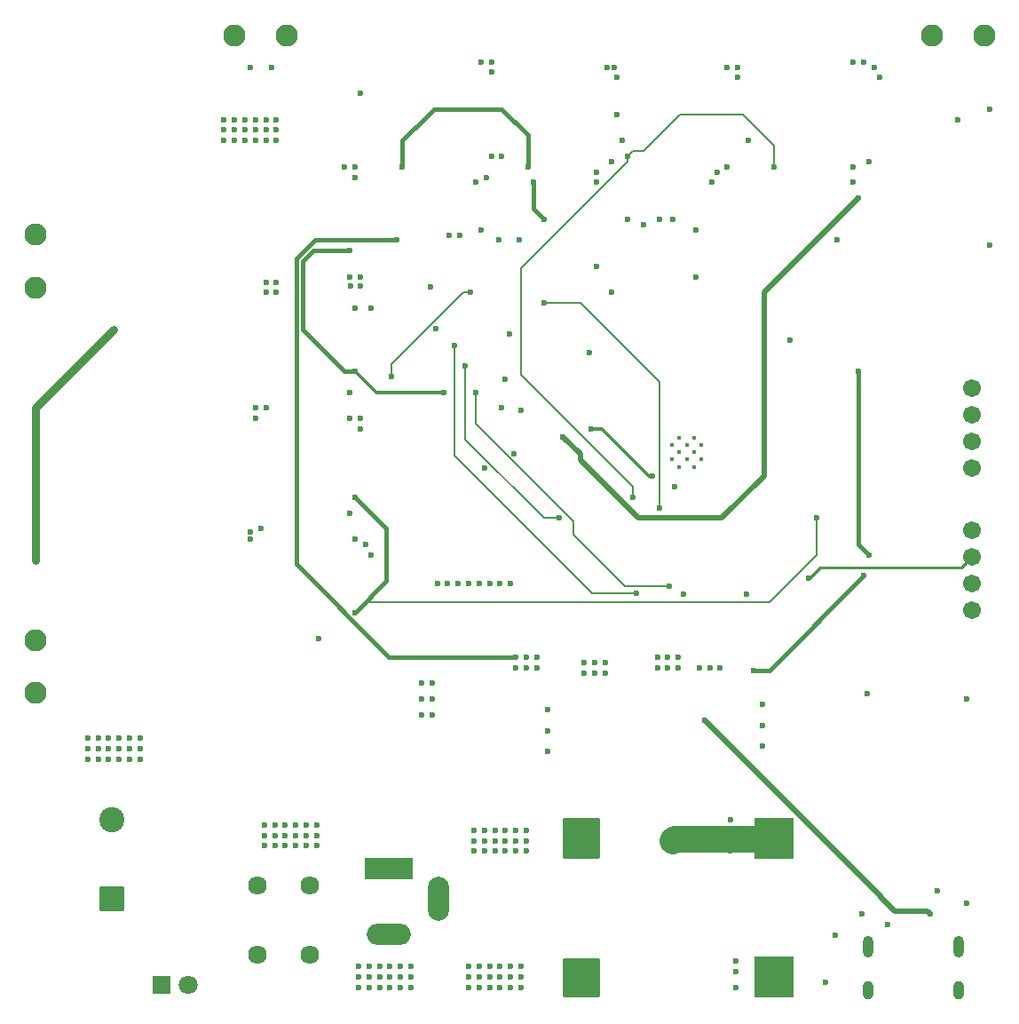
<source format=gbl>
%TF.GenerationSoftware,KiCad,Pcbnew,9.0.4-9.0.4-0~ubuntu24.04.1*%
%TF.CreationDate,2025-09-30T13:12:32+03:00*%
%TF.ProjectId,Esp32-S3-WROOM-1U-N16R8_ controller,45737033-322d-4533-932d-57524f4f4d2d,VER 1.0.0*%
%TF.SameCoordinates,Original*%
%TF.FileFunction,Copper,L4,Bot*%
%TF.FilePolarity,Positive*%
%FSLAX46Y46*%
G04 Gerber Fmt 4.6, Leading zero omitted, Abs format (unit mm)*
G04 Created by KiCad (PCBNEW 9.0.4-9.0.4-0~ubuntu24.04.1) date 2025-09-30 13:12:32*
%MOMM*%
%LPD*%
G01*
G04 APERTURE LIST*
G04 Aperture macros list*
%AMRoundRect*
0 Rectangle with rounded corners*
0 $1 Rounding radius*
0 $2 $3 $4 $5 $6 $7 $8 $9 X,Y pos of 4 corners*
0 Add a 4 corners polygon primitive as box body*
4,1,4,$2,$3,$4,$5,$6,$7,$8,$9,$2,$3,0*
0 Add four circle primitives for the rounded corners*
1,1,$1+$1,$2,$3*
1,1,$1+$1,$4,$5*
1,1,$1+$1,$6,$7*
1,1,$1+$1,$8,$9*
0 Add four rect primitives between the rounded corners*
20,1,$1+$1,$2,$3,$4,$5,0*
20,1,$1+$1,$4,$5,$6,$7,0*
20,1,$1+$1,$6,$7,$8,$9,0*
20,1,$1+$1,$8,$9,$2,$3,0*%
G04 Aperture macros list end*
%TA.AperFunction,ComponentPad*%
%ADD10C,1.701800*%
%TD*%
%TA.AperFunction,ComponentPad*%
%ADD11R,4.600000X2.000000*%
%TD*%
%TA.AperFunction,ComponentPad*%
%ADD12O,4.200000X2.000000*%
%TD*%
%TA.AperFunction,ComponentPad*%
%ADD13O,2.000000X4.200000*%
%TD*%
%TA.AperFunction,ComponentPad*%
%ADD14C,1.785000*%
%TD*%
%TA.AperFunction,ComponentPad*%
%ADD15C,2.108200*%
%TD*%
%TA.AperFunction,ComponentPad*%
%ADD16RoundRect,0.035000X1.715000X-1.782500X1.715000X1.782500X-1.715000X1.782500X-1.715000X-1.782500X0*%
%TD*%
%TA.AperFunction,ComponentPad*%
%ADD17RoundRect,0.035000X1.715000X-1.873750X1.715000X1.873750X-1.715000X1.873750X-1.715000X-1.873750X0*%
%TD*%
%TA.AperFunction,ComponentPad*%
%ADD18RoundRect,0.037500X1.837500X-1.871250X1.837500X1.871250X-1.837500X1.871250X-1.837500X-1.871250X0*%
%TD*%
%TA.AperFunction,ComponentPad*%
%ADD19C,0.400000*%
%TD*%
%TA.AperFunction,ComponentPad*%
%ADD20RoundRect,0.250001X0.949999X-0.949999X0.949999X0.949999X-0.949999X0.949999X-0.949999X-0.949999X0*%
%TD*%
%TA.AperFunction,ComponentPad*%
%ADD21C,2.400000*%
%TD*%
%TA.AperFunction,HeatsinkPad*%
%ADD22O,1.000000X2.100000*%
%TD*%
%TA.AperFunction,HeatsinkPad*%
%ADD23O,1.000000X1.800000*%
%TD*%
%TA.AperFunction,ComponentPad*%
%ADD24R,1.800000X1.800000*%
%TD*%
%TA.AperFunction,ComponentPad*%
%ADD25C,1.800000*%
%TD*%
%TA.AperFunction,ViaPad*%
%ADD26C,0.600000*%
%TD*%
%TA.AperFunction,Conductor*%
%ADD27C,2.500000*%
%TD*%
%TA.AperFunction,Conductor*%
%ADD28C,0.500000*%
%TD*%
%TA.AperFunction,Conductor*%
%ADD29C,0.400000*%
%TD*%
%TA.AperFunction,Conductor*%
%ADD30C,0.200000*%
%TD*%
%TA.AperFunction,Conductor*%
%ADD31C,0.250000*%
%TD*%
%TA.AperFunction,Conductor*%
%ADD32C,0.800000*%
%TD*%
%TA.AperFunction,Conductor*%
%ADD33C,0.300000*%
%TD*%
G04 APERTURE END LIST*
D10*
%TO.P,J8,1*%
%TO.N,/3V3*%
X187336286Y-79743713D03*
%TO.P,J8,2*%
%TO.N,/SDA*%
X187336286Y-77203713D03*
%TO.P,J8,3*%
%TO.N,/SCL*%
X187336286Y-74663713D03*
%TO.P,J8,4*%
%TO.N,GND*%
X187336286Y-72123713D03*
%TD*%
%TO.P,J7,1*%
%TO.N,/3V3*%
X187336286Y-93283713D03*
%TO.P,J7,2*%
%TO.N,/SDA*%
X187336286Y-90743713D03*
%TO.P,J7,3*%
%TO.N,/SCL*%
X187336286Y-88203713D03*
%TO.P,J7,4*%
%TO.N,GND*%
X187336286Y-85663713D03*
%TD*%
D11*
%TO.P,J1,1*%
%TO.N,Net-(J1-Pad1)*%
X131686286Y-117893713D03*
D12*
%TO.P,J1,2*%
%TO.N,GNDPWR*%
X131686286Y-124193713D03*
D13*
%TO.P,J1,3*%
%TO.N,N/C*%
X136486286Y-120793713D03*
%TD*%
D14*
%TO.P,X1,S1*%
%TO.N,Net-(J1-Pad1)*%
X124146286Y-126083713D03*
%TO.P,X1,S2*%
X119146286Y-126083713D03*
%TD*%
D15*
%TO.P,J3,1,1*%
%TO.N,Net-(U6-OUT)*%
X188500000Y-38500000D03*
%TO.P,J3,2,2*%
%TO.N,Net-(U4-OUT)*%
X183496200Y-38500000D03*
%TD*%
D16*
%TO.P,U2,1,Vin*%
%TO.N,/24V_BUS*%
X150086286Y-128313713D03*
D17*
%TO.P,U2,2,GND1*%
%TO.N,GNDPWR*%
X150086286Y-115039963D03*
D18*
%TO.P,U2,3,Vout*%
%TO.N,/VBUCK*%
X168461286Y-128222463D03*
%TO.P,U2,4,GND2*%
%TO.N,GND*%
X168461286Y-115039963D03*
%TD*%
D19*
%TO.P,U15,40,GND*%
%TO.N,GND*%
X158721286Y-77503713D03*
X158721286Y-78903713D03*
X159421286Y-76803713D03*
X159421286Y-78203713D03*
X159421286Y-79603713D03*
X160121286Y-77503713D03*
X160121286Y-78903713D03*
X160821286Y-76803713D03*
X160821286Y-78203713D03*
X160821286Y-79603713D03*
X161521286Y-77503713D03*
X161521286Y-78903713D03*
%TD*%
D15*
%TO.P,J6,1,1*%
%TO.N,Net-(U13-OUT)*%
X98000000Y-57496200D03*
%TO.P,J6,2,2*%
%TO.N,Net-(U11-OUT)*%
X98000000Y-62500000D03*
%TD*%
D14*
%TO.P,X2,S1*%
%TO.N,/24V_BUS*%
X124146286Y-119533713D03*
%TO.P,X2,S2*%
X119146286Y-119533713D03*
%TD*%
D15*
%TO.P,J5,1,1*%
%TO.N,Net-(U12-OUT)*%
X98000000Y-96166500D03*
%TO.P,J5,2,2*%
%TO.N,Net-(U10-OUT)*%
X98000000Y-101170300D03*
%TD*%
D20*
%TO.P,C1,1*%
%TO.N,/24V_BUS*%
X105336286Y-120743713D03*
D21*
%TO.P,C1,2*%
%TO.N,GNDPWR*%
X105336286Y-113243713D03*
%TD*%
D22*
%TO.P,J4,S1,SHIELD*%
%TO.N,unconnected-(J4-SHIELD-PadS1)_2*%
X177416286Y-125318713D03*
D23*
%TO.N,unconnected-(J4-SHIELD-PadS1)*%
X177416286Y-129498713D03*
D22*
%TO.N,unconnected-(J4-SHIELD-PadS1)_3*%
X186056286Y-125318713D03*
D23*
%TO.N,unconnected-(J4-SHIELD-PadS1)_1*%
X186056286Y-129498713D03*
%TD*%
D15*
%TO.P,J2,1,1*%
%TO.N,Net-(U5-OUT)*%
X122000000Y-38500000D03*
%TO.P,J2,2,2*%
%TO.N,Net-(U3-OUT)*%
X116996200Y-38500000D03*
%TD*%
D24*
%TO.P,D2,1,K*%
%TO.N,Net-(D2-K)*%
X110000000Y-129000000D03*
D25*
%TO.P,D2,2,A*%
%TO.N,/24V_BUS*%
X112540000Y-129000000D03*
%TD*%
D26*
%TO.N,GND*%
X158836286Y-115243713D03*
X176836286Y-122243713D03*
X136195000Y-66460000D03*
X146836286Y-104743713D03*
X167336286Y-106243713D03*
X143674265Y-78325735D03*
X135695000Y-62460000D03*
X158805000Y-56000000D03*
X173336286Y-128743713D03*
X170000000Y-67500000D03*
X146836286Y-106743713D03*
X135836286Y-100243713D03*
X138500000Y-57500000D03*
X134836286Y-101743713D03*
X135836286Y-103243713D03*
X153000000Y-63000000D03*
X135836286Y-101743713D03*
X157500000Y-56000000D03*
X159000000Y-81500000D03*
X161000000Y-61500000D03*
X140836286Y-79743713D03*
X150836286Y-68743713D03*
X154500000Y-56000000D03*
X189000000Y-58500000D03*
X164336286Y-114743713D03*
X137500000Y-57500000D03*
X142836286Y-71243713D03*
X167336286Y-102243713D03*
X186836286Y-121243713D03*
X144195000Y-57960000D03*
X140500000Y-57000000D03*
X167336286Y-104243713D03*
X146836286Y-102743713D03*
X156000000Y-56500000D03*
X174336286Y-124243713D03*
X134836286Y-100243713D03*
X143195000Y-66960000D03*
X164336286Y-116243713D03*
X184000000Y-120000000D03*
X151500000Y-60500000D03*
X174500000Y-58000000D03*
X142195000Y-57960000D03*
X186836286Y-101743713D03*
X161000000Y-57000000D03*
X134836286Y-103243713D03*
X164336286Y-113243713D03*
%TO.N,/VBUS*%
X183336286Y-122243713D03*
X179336286Y-123243713D03*
X161836286Y-103743713D03*
X178652996Y-120560423D03*
%TO.N,/VBUCK*%
X164836286Y-127743713D03*
X164836286Y-129243713D03*
X164836286Y-126743713D03*
%TO.N,/VIN*%
X177500000Y-88000000D03*
X144836286Y-97743713D03*
X176500000Y-70500000D03*
X143836286Y-97743713D03*
X152336286Y-99243713D03*
X145836286Y-98743713D03*
X177000000Y-90000000D03*
X159336286Y-98743713D03*
X158336286Y-98743713D03*
X150336286Y-99243713D03*
X162336286Y-98743713D03*
X161336286Y-98743713D03*
X166500000Y-99000000D03*
X132500000Y-58000000D03*
X151336286Y-98243713D03*
X157336286Y-97743713D03*
X151336286Y-99243713D03*
X145836286Y-97743713D03*
X143836286Y-98743713D03*
X163336286Y-98743713D03*
X144836286Y-98743713D03*
X150336286Y-98243713D03*
X152336286Y-98243713D03*
X159336286Y-97743713D03*
X157336286Y-98743713D03*
X158336286Y-97743713D03*
%TO.N,/3V3*%
X143336286Y-90743713D03*
X140336286Y-90743713D03*
X144336286Y-74243713D03*
X142500000Y-74000000D03*
X159836286Y-91743713D03*
X165836286Y-91743713D03*
X141336286Y-90743713D03*
X136336286Y-90743713D03*
X139336286Y-90743713D03*
X177336286Y-101243713D03*
X138336286Y-90743713D03*
X137336286Y-90743713D03*
X142336286Y-90743713D03*
%TO.N,/24V_BUS*%
X164000000Y-41500000D03*
X121836286Y-114743713D03*
X119000000Y-74000000D03*
X123836286Y-114743713D03*
X118000000Y-48500000D03*
X178000000Y-41500000D03*
X119836286Y-113743713D03*
X119000000Y-48500000D03*
X116000000Y-46500000D03*
X123836286Y-113743713D03*
X141336286Y-129243713D03*
X122836286Y-115743713D03*
X143336286Y-127243713D03*
X116000000Y-48500000D03*
X124836286Y-113743713D03*
X140336286Y-127243713D03*
X118500000Y-85799997D03*
X121000000Y-62000000D03*
X142336286Y-129243713D03*
X118000000Y-46500000D03*
X121000000Y-63000000D03*
X139336286Y-128243713D03*
X153200003Y-41500000D03*
X143336286Y-129243713D03*
X120000000Y-46500000D03*
X165000000Y-41500000D03*
X139336286Y-127243713D03*
X120836286Y-114743713D03*
X141336286Y-127243713D03*
X153500000Y-46000000D03*
X120000000Y-47500000D03*
X120000000Y-63000000D03*
X142336286Y-128243713D03*
X122836286Y-113743713D03*
X120836286Y-115743713D03*
X119000000Y-47500000D03*
X118000000Y-47500000D03*
X120000000Y-74000000D03*
X139336286Y-129243713D03*
X122836286Y-114743713D03*
X116000000Y-47500000D03*
X118500000Y-86500000D03*
X119000000Y-75000000D03*
X124836286Y-115743713D03*
X120000000Y-62000000D03*
X141336286Y-128243713D03*
X121836286Y-113743713D03*
X140336286Y-129243713D03*
X140336286Y-128243713D03*
X119836286Y-115743713D03*
X117000000Y-47500000D03*
X121000000Y-46500000D03*
X121000000Y-48500000D03*
X124836286Y-114743713D03*
X117000000Y-46500000D03*
X120836286Y-113743713D03*
X121836286Y-115743713D03*
X142336286Y-127243713D03*
X117000000Y-48500000D03*
X119000000Y-46500000D03*
X153500000Y-42500000D03*
X144336286Y-128243713D03*
X120000000Y-48500000D03*
X176000000Y-41000000D03*
X144336286Y-129243713D03*
X140500000Y-41000000D03*
X141500000Y-41000000D03*
X165000000Y-42500000D03*
X123836286Y-115743713D03*
X178500000Y-42500000D03*
X177000000Y-41000000D03*
X144336286Y-127243713D03*
X119500000Y-85500000D03*
X121000000Y-47500000D03*
X141500000Y-42000000D03*
X119836286Y-114743713D03*
X152500000Y-41500000D03*
X143336286Y-128243713D03*
%TO.N,GNDPWR*%
X127500000Y-51000000D03*
X105000000Y-107500000D03*
X128000000Y-84000000D03*
X128836286Y-128243713D03*
X166000000Y-48500000D03*
X140836286Y-114243713D03*
X142500000Y-50000000D03*
X103000000Y-105500000D03*
X128500000Y-64500000D03*
X129836286Y-127243713D03*
X129000000Y-75000000D03*
X107000000Y-106500000D03*
X106000000Y-105500000D03*
X130836286Y-127243713D03*
X132836286Y-127243713D03*
X131836286Y-129243713D03*
X164000000Y-51000000D03*
X142836286Y-115243713D03*
X104000000Y-107500000D03*
X128836286Y-129243713D03*
X129500000Y-87000000D03*
X105000000Y-106500000D03*
X128000000Y-75000000D03*
X107000000Y-105500000D03*
X130836286Y-129243713D03*
X139836286Y-116243713D03*
X141836286Y-116243713D03*
X129000000Y-61500000D03*
X162500000Y-52500000D03*
X120500000Y-41500000D03*
X106000000Y-106500000D03*
X141836286Y-114243713D03*
X128500000Y-86500000D03*
X143836286Y-116243713D03*
X118500000Y-41500000D03*
X176000000Y-52500000D03*
X177500000Y-50500000D03*
X128000000Y-61500000D03*
X125000000Y-96000000D03*
X129000000Y-44000000D03*
X130000000Y-64500000D03*
X133836286Y-129243713D03*
X108000000Y-107500000D03*
X130836286Y-128243713D03*
X144836286Y-116243713D03*
X128097797Y-62364954D03*
X140836286Y-115243713D03*
X140836286Y-116243713D03*
X129836286Y-128243713D03*
X143836286Y-115243713D03*
X129836286Y-129243713D03*
X129000000Y-76000000D03*
X103000000Y-106500000D03*
X128836286Y-127243713D03*
X129020347Y-62385010D03*
X108000000Y-105500000D03*
X128500000Y-52000000D03*
X106000000Y-107500000D03*
X151500000Y-52500000D03*
X141836286Y-115243713D03*
X105000000Y-105500000D03*
X163000000Y-51500000D03*
X132836286Y-129243713D03*
X107000000Y-107500000D03*
X142836286Y-116243713D03*
X139836286Y-115243713D03*
X186000000Y-46500000D03*
X141500000Y-50000000D03*
X153000000Y-50500000D03*
X128500000Y-51000000D03*
X104000000Y-106500000D03*
X143836286Y-114243713D03*
X151500000Y-51500000D03*
X128000000Y-72500000D03*
X130000000Y-88000000D03*
X103000000Y-107500000D03*
X131836286Y-128243713D03*
X176000000Y-51000000D03*
X140000000Y-52500000D03*
X189000000Y-45500000D03*
X131836286Y-127243713D03*
X132836286Y-128243713D03*
X139836286Y-114243713D03*
X141000000Y-52000000D03*
X108000000Y-106500000D03*
X142836286Y-114243713D03*
X133836286Y-128243713D03*
X104000000Y-105500000D03*
X133836286Y-127243713D03*
X154000000Y-48500000D03*
X144836286Y-114243713D03*
X144836286Y-115243713D03*
%TO.N,/BTS3_L_PWM*%
X139000000Y-70000000D03*
X148000000Y-84500000D03*
%TO.N,/BTS3_R_PWM*%
X155375000Y-91625000D03*
X138000000Y-68000000D03*
%TO.N,/BTS4_L_PWM*%
X157500000Y-83500000D03*
X146500000Y-64000000D03*
%TO.N,/BTS4_R_PWM*%
X158500000Y-91000000D03*
X140000000Y-72500000D03*
%TO.N,/SCL*%
X171796286Y-90203713D03*
%TO.N,/EN*%
X176500000Y-54000000D03*
X148336286Y-76743713D03*
%TO.N,Net-(U12-OUT)*%
X98000000Y-88500000D03*
X105500000Y-66500000D03*
%TO.N,/EN1*%
X145000000Y-51000000D03*
X145500000Y-52500000D03*
X146500000Y-56000000D03*
X133000000Y-51000000D03*
%TO.N,/EN2*%
X154500000Y-50000000D03*
X155000000Y-82500000D03*
X168500000Y-51000000D03*
%TO.N,/EN3*%
X156900000Y-80499230D03*
X128500000Y-70500000D03*
X137000000Y-72500000D03*
X151000000Y-76000000D03*
X128000000Y-59000000D03*
%TO.N,/EN4*%
X128500000Y-82500000D03*
X128500000Y-93500000D03*
X172500000Y-84500000D03*
%TO.N,/JNOUT8*%
X132000000Y-71000000D03*
X139500000Y-63000000D03*
%TD*%
D27*
%TO.N,GND*%
X158948786Y-115131213D02*
X158836286Y-115243713D01*
X168336286Y-115131213D02*
X158948786Y-115131213D01*
D28*
%TO.N,/VBUS*%
X178652996Y-120652996D02*
X180000000Y-122000000D01*
X180000000Y-122000000D02*
X183092573Y-122000000D01*
X178652996Y-120560423D02*
X161836286Y-103743713D01*
X183092573Y-122000000D02*
X183336286Y-122243713D01*
X178652996Y-120560423D02*
X178652996Y-120652996D01*
D29*
%TO.N,/VIN*%
X131752349Y-97743713D02*
X122899000Y-88890364D01*
X124650058Y-58000000D02*
X132500000Y-58000000D01*
X176500000Y-87000000D02*
X177500000Y-88000000D01*
X122899000Y-59751058D02*
X124650058Y-58000000D01*
X168000000Y-99000000D02*
X166500000Y-99000000D01*
X177000000Y-90000000D02*
X168000000Y-99000000D01*
X122899000Y-88890364D02*
X122899000Y-59751058D01*
X143836286Y-97743713D02*
X131752349Y-97743713D01*
X176500000Y-70500000D02*
X176500000Y-87000000D01*
D30*
%TO.N,/BTS3_L_PWM*%
X146500000Y-84500000D02*
X148000000Y-84500000D01*
X139000000Y-77000000D02*
X146500000Y-84500000D01*
X139000000Y-70000000D02*
X139000000Y-77000000D01*
%TO.N,/BTS3_R_PWM*%
X151125000Y-91625000D02*
X138000000Y-78500000D01*
X155375000Y-91625000D02*
X151125000Y-91625000D01*
X138000000Y-78500000D02*
X138000000Y-68000000D01*
%TO.N,/BTS4_L_PWM*%
X150000000Y-64000000D02*
X157500000Y-71500000D01*
X146500000Y-64000000D02*
X150000000Y-64000000D01*
X157500000Y-71500000D02*
X157500000Y-83500000D01*
%TO.N,/BTS4_R_PWM*%
X154244768Y-91024000D02*
X155623943Y-91024000D01*
X149283550Y-86062782D02*
X154244768Y-91024000D01*
X140000000Y-72500000D02*
X140000000Y-75500000D01*
X149283550Y-84783550D02*
X149283550Y-86062782D01*
X155623943Y-91024000D02*
X155647943Y-91000000D01*
X155647943Y-91000000D02*
X158500000Y-91000000D01*
X140000000Y-75500000D02*
X149283550Y-84783550D01*
D31*
%TO.N,/SCL*%
X171836286Y-90243713D02*
X172836286Y-89243713D01*
X186296286Y-89243713D02*
X187336286Y-88203713D01*
X172836286Y-89243713D02*
X186296286Y-89243713D01*
X171796286Y-90203713D02*
X171836286Y-90243713D01*
D28*
%TO.N,/EN*%
X163500000Y-84500000D02*
X167500000Y-80500000D01*
X167500000Y-63000000D02*
X176500000Y-54000000D01*
X150000000Y-79000000D02*
X155500000Y-84500000D01*
X155500000Y-84500000D02*
X163500000Y-84500000D01*
X167500000Y-80500000D02*
X167500000Y-63000000D01*
X148336286Y-76743713D02*
X150000000Y-78407427D01*
X150000000Y-78407427D02*
X150000000Y-79000000D01*
D32*
%TO.N,Net-(U12-OUT)*%
X98000000Y-74000000D02*
X105500000Y-66500000D01*
X98000000Y-88500000D02*
X98000000Y-74000000D01*
D29*
%TO.N,/EN1*%
X145000000Y-48000000D02*
X145000000Y-51000000D01*
X133000000Y-48500000D02*
X135500000Y-46000000D01*
X142500000Y-45500000D02*
X145000000Y-48000000D01*
X136000000Y-45500000D02*
X142500000Y-45500000D01*
X133000000Y-51000000D02*
X133000000Y-48500000D01*
X135500000Y-46000000D02*
X136000000Y-45500000D01*
X145500000Y-55000000D02*
X146500000Y-56000000D01*
X145500000Y-52500000D02*
X145500000Y-55000000D01*
D30*
%TO.N,/EN2*%
X155000000Y-82500000D02*
X155000000Y-81500000D01*
X155000000Y-49500000D02*
X156000000Y-49500000D01*
X168500000Y-49000000D02*
X168500000Y-51000000D01*
X154500000Y-50500000D02*
X154500000Y-50000000D01*
X159500000Y-46000000D02*
X165500000Y-46000000D01*
X154500000Y-50000000D02*
X155000000Y-49500000D01*
X144299000Y-60701000D02*
X154500000Y-50500000D01*
X156000000Y-49500000D02*
X159500000Y-46000000D01*
X165500000Y-46000000D02*
X168500000Y-49000000D01*
X155000000Y-81500000D02*
X144299000Y-70799000D01*
X144299000Y-70799000D02*
X144299000Y-60701000D01*
D33*
%TO.N,/EN3*%
X130500000Y-72500000D02*
X128500000Y-70500000D01*
D29*
X124500000Y-59000000D02*
X128000000Y-59000000D01*
X128500000Y-70500000D02*
X127500000Y-70500000D01*
X123500000Y-66500000D02*
X123500000Y-60000000D01*
D33*
X156500000Y-80500000D02*
X152000000Y-76000000D01*
X137000000Y-72500000D02*
X130500000Y-72500000D01*
X156899230Y-80500000D02*
X156500000Y-80500000D01*
X156900000Y-80499230D02*
X156899230Y-80500000D01*
X152000000Y-76000000D02*
X151000000Y-76000000D01*
D29*
X123500000Y-60000000D02*
X124500000Y-59000000D01*
X127500000Y-70500000D02*
X123500000Y-66500000D01*
D30*
%TO.N,/EN4*%
X129500000Y-92500000D02*
X128500000Y-93500000D01*
D29*
X131500000Y-90500000D02*
X128500000Y-93500000D01*
D30*
X168000000Y-92500000D02*
X129500000Y-92500000D01*
D29*
X131500000Y-85500000D02*
X131500000Y-90500000D01*
X128500000Y-82500000D02*
X131500000Y-85500000D01*
D30*
X172500000Y-84500000D02*
X172500000Y-88000000D01*
X172500000Y-88000000D02*
X168000000Y-92500000D01*
%TO.N,/JNOUT8*%
X132000000Y-69805057D02*
X138805057Y-63000000D01*
X138805057Y-63000000D02*
X139500000Y-63000000D01*
X132000000Y-71000000D02*
X132000000Y-69805057D01*
%TD*%
M02*

</source>
